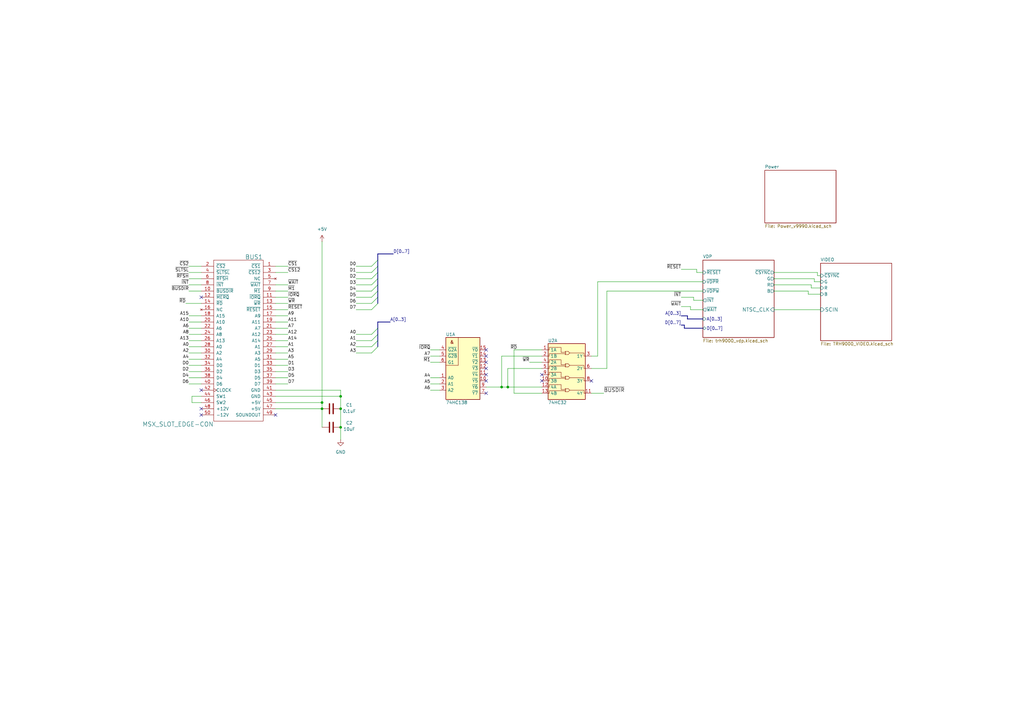
<source format=kicad_sch>
(kicad_sch (version 20231120) (generator "eeschema") (generator_version "8.0")
  (paper "A3")
  (title_block (title "TRH9000") (date "2024-06-15") (rev "1.7") (company "The Retro Hacker") (comment 2 "Shared under CERN-OHL-S license") (comment 3 "TRH9000 - Open Source MSX Graphics Card based on the Yamaha V9990") (comment 4 "Designed  by: Cristiano Goncalves"))
  (lib_symbols
    (symbol "Device:C" (pin_numbers hide) (pin_names (offset 0.254))
      (property "Reference" "C" (at 0.635 2.54 0))
      (property "Value" "C" (at 0.635 -2.54 0))
      (symbol "C_0_1"
        (polyline (pts (xy -2.032 -0.762) (xy 2.032 -0.762)) (stroke (width 0.508)))
        (polyline (pts (xy -2.032 0.762) (xy 2.032 0.762)) (stroke (width 0.508)))
      )
      (symbol "C_1_1"
        (pin passive line (at 0 3.81 270) (length 2.794) (name "~") (number "1"))
        (pin passive line (at 0 -3.81 90) (length 2.794) (name "~") (number "2"))
      )
    )
    (symbol "TRH9000:74VHC138" (pin_names (offset 0.762))
      (property "Reference" "U1" (at -6.35 13.97 0))
      (property "Value" "74VHC138" (at -6.35 -13.97 0))
      (symbol "74VHC138_1_0"
        (polyline (pts (xy -1.27 12.7) (xy -1.27 1.27) (xy -6.35 1.27) (xy -6.35 1.27)))
        (text "&" (at -3.81 10.795 0) (effects (font (size 1.27 1.27))))
      )
      (symbol "74VHC138_1_1"
        (rectangle (start -6.35 12.7) (end 7.62 -12.7) (stroke (width 0.254)) (fill (type background)))
        (pin input line (at -8.89 -3.81 0) (length 2.54) (name "A0") (number "1"))
        (pin output line (at 10.16 -5.08 180) (length 2.54) (name "~{Y5}") (number "10"))
        (pin output line (at 10.16 -2.54 180) (length 2.54) (name "~{Y4}") (number "11"))
        (pin output line (at 10.16 0 180) (length 2.54) (name "~{Y3}") (number "12"))
        (pin output line (at 10.16 2.54 180) (length 2.54) (name "~{Y2}") (number "13"))
        (pin output line (at 10.16 5.08 180) (length 2.54) (name "~{Y1}") (number "14"))
        (pin output line (at 10.16 7.62 180) (length 2.54) (name "~{Y0}") (number "15"))
        (pin input line (at -8.89 -6.35 0) (length 2.54) (name "A1") (number "2"))
        (pin input line (at -8.89 -8.89 0) (length 2.54) (name "A2") (number "3"))
        (pin input line (at -8.89 7.62 0) (length 2.54) (name "~{G2A}") (number "4"))
        (pin input line (at -8.89 5.08 0) (length 2.54) (name "~{G2B}") (number "5"))
        (pin input line (at -8.89 2.54 0) (length 2.54) (name "G1") (number "6"))
        (pin output line (at 10.16 -10.16 180) (length 2.54) (name "~{Y7}") (number "7"))
        (pin output line (at 10.16 -7.62 180) (length 2.54) (name "~{Y6}") (number "9"))
      )
      (symbol "74VHC138_2_0"
        (rectangle (start -2.54 5.08) (end 2.54 -5.08) (stroke (width 0.254)) (fill (type background)))
        (pin power_in line (at 0 7.62 270) (length 2.54) (name "VCC") (number "16"))
      )
      (symbol "74VHC138_2_1"
        (pin power_in line (at 0 -7.62 90) (length 2.54) (name "GND") (number "8"))
      )
    )
    (symbol "TRH9000:MSX_SLOT_EDGE-CON" (pin_names (offset 1.016)) (in_bom no)
      (property "Reference" "BUS1" (at -6.35 34.29 0))
      (property "Value" "MSX_SLOT_EDGE-CON" (at 10.16 -34.29 0))
      (symbol "MSX_SLOT_EDGE-CON_0_1"
        (rectangle (start -10.16 -33.02) (end 10.16 33.02))
      )
      (symbol "MSX_SLOT_EDGE-CON_1_1"
        (pin output line (at -15.24 30.48 0) (length 5.08) (name "~{CS1}") (number "1"))
        (pin bidirectional line (at 15.24 20.32 180) (length 5.08) (name "~{BUSDIR}") (number "10"))
        (pin output line (at -15.24 17.78 0) (length 5.08) (name "~{IORQ}") (number "11"))
        (pin input line (at 15.24 17.78 180) (length 5.08) (name "~{MERQ}") (number "12"))
        (pin output line (at -15.24 15.24 0) (length 5.08) (name "~{WR}") (number "13"))
        (pin output line (at 15.24 15.24 180) (length 5.08) (name "~{RD}") (number "14"))
        (pin output line (at -15.24 12.7 0) (length 5.08) (name "~{RESET}") (number "15"))
        (pin no_connect line (at 15.24 12.7 180) (length 5.08) (name "NC") (number "16"))
        (pin output line (at -15.24 10.16 0) (length 5.08) (name "A9") (number "17"))
        (pin output line (at 15.24 10.16 180) (length 5.08) (name "A15") (number "18"))
        (pin output line (at -15.24 7.62 0) (length 5.08) (name "A11") (number "19"))
        (pin output line (at 15.24 30.48 180) (length 5.08) (name "~{CS2}") (number "2"))
        (pin output line (at 15.24 7.62 180) (length 5.08) (name "A10") (number "20"))
        (pin output line (at -15.24 5.08 0) (length 5.08) (name "A7") (number "21"))
        (pin output line (at 15.24 5.08 180) (length 5.08) (name "A6") (number "22"))
        (pin output line (at -15.24 2.54 0) (length 5.08) (name "A12") (number "23"))
        (pin output line (at 15.24 2.54 180) (length 5.08) (name "A8") (number "24"))
        (pin output line (at -15.24 0 0) (length 5.08) (name "A14") (number "25"))
        (pin output line (at 15.24 0 180) (length 5.08) (name "A13") (number "26"))
        (pin output line (at -15.24 -2.54 0) (length 5.08) (name "A1") (number "27"))
        (pin output line (at 15.24 -2.54 180) (length 5.08) (name "A0") (number "28"))
        (pin output line (at -15.24 -5.08 0) (length 5.08) (name "A3") (number "29"))
        (pin output line (at -15.24 27.94 0) (length 5.08) (name "~{CS12}") (number "3"))
        (pin output line (at 15.24 -5.08 180) (length 5.08) (name "A2") (number "30"))
        (pin output line (at -15.24 -7.62 0) (length 5.08) (name "A5") (number "31"))
        (pin output line (at 15.24 -7.62 180) (length 5.08) (name "A4") (number "32"))
        (pin tri_state line (at -15.24 -10.16 0) (length 5.08) (name "D1") (number "33"))
        (pin tri_state line (at 15.24 -10.16 180) (length 5.08) (name "D0") (number "34"))
        (pin tri_state line (at -15.24 -12.7 0) (length 5.08) (name "D3") (number "35"))
        (pin tri_state line (at 15.24 -12.7 180) (length 5.08) (name "D2~{}") (number "36"))
        (pin tri_state line (at -15.24 -15.24 0) (length 5.08) (name "D5") (number "37"))
        (pin tri_state line (at 15.24 -15.24 180) (length 5.08) (name "D4") (number "38"))
        (pin tri_state line (at -15.24 -17.78 0) (length 5.08) (name "D7") (number "39"))
        (pin output line (at 15.24 27.94 180) (length 5.08) (name "~{SLTSL}") (number "4"))
        (pin tri_state line (at 15.24 -17.78 180) (length 5.08) (name "D6") (number "40"))
        (pin power_in line (at -15.24 -20.32 0) (length 5.08) (name "GND") (number "41"))
        (pin output clock (at 15.24 -20.32 180) (length 5.08) (name "CLOCK") (number "42"))
        (pin power_in line (at -15.24 -22.86 0) (length 5.08) (name "GND") (number "43"))
        (pin passive line (at 15.24 -22.86 180) (length 5.08) (name "SW1") (number "44"))
        (pin power_in line (at -15.24 -25.4 0) (length 5.08) (name "+5V") (number "45"))
        (pin passive line (at 15.24 -25.4 180) (length 5.08) (name "SW2") (number "46"))
        (pin power_in line (at -15.24 -27.94 0) (length 5.08) (name "+5V") (number "47"))
        (pin power_in line (at 15.24 -27.94 180) (length 5.08) (name "+12V") (number "48"))
        (pin output line (at -15.24 -30.48 0) (length 5.08) (name "SOUNDOUT") (number "49"))
        (pin no_connect line (at -15.24 25.4 0) (length 5.08) (name "NC") (number "5"))
        (pin power_in line (at 15.24 -30.48 180) (length 5.08) (name "-12V") (number "50"))
        (pin output line (at 15.24 25.4 180) (length 5.08) (name "~{RFSH}") (number "6"))
        (pin input line (at -15.24 22.86 0) (length 5.08) (name "~{WAIT}") (number "7"))
        (pin open_collector line (at 15.24 22.86 180) (length 5.08) (name "~{INT}") (number "8"))
        (pin output line (at -15.24 20.32 0) (length 5.08) (name "~{M1}") (number "9"))
      )
    )
    (symbol "TRH9000:T.I_SN74AHCT32D" (pin_names (offset 1))
      (property "Reference" "U5" (at -22.86 17.78 0))
      (property "Value" "T.I_SN74AHCT32D" (at -22.86 15.24 0))
      (symbol "T.I_SN74AHCT32D_1_1"
        (rectangle (start -7.62 12.7) (end 7.62 -10.16) (stroke (width 0.254)) (fill (type background)))
        (arc (start -0.635 -6.985) (mid -0.372 -6.35) (end -0.635 -5.715))
        (arc (start -0.635 -1.905) (mid -0.372 -1.27) (end -0.635 -0.635))
        (arc (start -0.635 3.175) (mid -0.372 3.81) (end -0.635 4.445))
        (arc (start -0.635 8.255) (mid -0.372 8.89) (end -0.635 9.525))
        (polyline (pts (xy -0.635 -6.604) (xy -0.508 -6.604)))
        (polyline (pts (xy -0.635 -6.096) (xy -0.508 -6.096)))
        (polyline (pts (xy -0.635 -1.524) (xy -0.508 -1.524)))
        (polyline (pts (xy -0.635 -1.016) (xy -0.508 -1.016)))
        (polyline (pts (xy -0.635 3.556) (xy -0.508 3.556)))
        (polyline (pts (xy -0.635 4.064) (xy -0.508 4.064)))
        (polyline (pts (xy -0.635 8.636) (xy -0.508 8.636)))
        (polyline (pts (xy -0.635 9.144) (xy -0.508 9.144)))
        (polyline (pts (xy 0.635 -6.985) (xy -0.635 -6.985)))
        (polyline (pts (xy 0.635 -5.715) (xy -0.635 -5.715)))
        (polyline (pts (xy 0.635 -1.905) (xy -0.635 -1.905)))
        (polyline (pts (xy 0.635 -0.635) (xy -0.635 -0.635)))
        (polyline (pts (xy 0.635 3.175) (xy -0.635 3.175)))
        (polyline (pts (xy 0.635 4.445) (xy -0.635 4.445)))
        (polyline (pts (xy 0.635 8.255) (xy -0.635 8.255)))
        (polyline (pts (xy 0.635 9.525) (xy -0.635 9.525)))
        (polyline (pts (xy 0.635 -5.715) (xy 1.27 -6.35) (xy 0.635 -6.985)))
        (polyline (pts (xy 0.635 -0.635) (xy 1.27 -1.27) (xy 0.635 -1.905)))
        (polyline (pts (xy 0.635 4.445) (xy 1.27 3.81) (xy 0.635 3.175)))
        (polyline (pts (xy 0.635 9.525) (xy 1.27 8.89) (xy 0.635 8.255)))
        (polyline (pts (xy -0.635 -6.096) (xy -2.286 -6.096) (xy -2.286 -4.064) (xy -3.81 -4.064)))
        (polyline (pts (xy -0.635 -1.016) (xy -2.286 -1.016) (xy -2.286 1.016) (xy -3.81 1.016)))
        (polyline (pts (xy -0.635 4.064) (xy -2.286 4.064) (xy -2.286 6.096) (xy -3.81 6.096)))
        (polyline (pts (xy -0.635 9.144) (xy -2.286 9.144) (xy -2.286 11.176) (xy -3.81 11.176)))
        (polyline (pts (xy -3.81 -4.064) (xy -3.81 -4.064) (xy -7.112 -4.064) (xy -7.112 -5.08) (xy -7.62 -5.08)))
        (polyline (pts (xy -3.81 1.016) (xy -3.81 1.016) (xy -7.112 1.016) (xy -7.112 0) (xy -7.62 0)))
        (polyline (pts (xy -3.81 6.096) (xy -3.81 6.096) (xy -7.112 6.096) (xy -7.112 5.08) (xy -7.62 5.08)))
        (polyline (pts (xy -3.81 11.176) (xy -3.81 11.176) (xy -7.112 11.176) (xy -7.112 10.16) (xy -7.62 10.16)))
        (polyline (pts (xy -0.635 -6.604) (xy -3.81 -6.604) (xy -7.112 -6.604) (xy -7.112 -7.62) (xy -7.62 -7.62)))
        (polyline (pts (xy -0.635 -1.524) (xy -3.81 -1.524) (xy -7.112 -1.524) (xy -7.112 -2.54) (xy -7.62 -2.54)))
        (polyline (pts (xy -0.635 3.556) (xy -3.81 3.556) (xy -7.112 3.556) (xy -7.112 2.54) (xy -7.62 2.54)))
        (polyline (pts (xy -0.635 8.636) (xy -3.81 8.636) (xy -7.112 8.636) (xy -7.112 7.62) (xy -7.62 7.62)))
        (polyline (pts (xy 1.27 -6.35) (xy 3.81 -6.35) (xy 7.112 -6.35) (xy 7.112 -7.62) (xy 7.62 -7.62)))
        (polyline (pts (xy 1.27 -1.27) (xy 3.81 -1.27) (xy 7.112 -1.27) (xy 7.112 -2.54) (xy 7.62 -2.54)))
        (polyline (pts (xy 1.27 3.81) (xy 3.81 3.81) (xy 7.112 3.81) (xy 7.112 2.54) (xy 7.62 2.54)))
        (polyline (pts (xy 1.27 8.89) (xy 3.81 8.89) (xy 7.112 8.89) (xy 7.112 7.62) (xy 7.62 7.62)))
        (pin input line (at -10.16 10.16 0) (length 2.54) (name "1A") (number "1"))
        (pin input line (at -10.16 -2.54 0) (length 2.54) (name "3B") (number "10"))
        (pin output line (at 10.16 -7.62 180) (length 2.54) (name "4Y") (number "11"))
        (pin input line (at -10.16 -5.08 0) (length 2.54) (name "4A") (number "12"))
        (pin input line (at -10.16 -7.62 0) (length 2.54) (name "4B") (number "13"))
        (pin input line (at -10.16 7.62 0) (length 2.54) (name "1B") (number "2"))
        (pin output line (at 10.16 7.62 180) (length 2.54) (name "1Y") (number "3"))
        (pin input line (at -10.16 5.08 0) (length 2.54) (name "2A") (number "4"))
        (pin input line (at -10.16 2.54 0) (length 2.54) (name "2B") (number "5"))
        (pin output line (at 10.16 2.54 180) (length 2.54) (name "2Y") (number "6"))
        (pin output line (at 10.16 -2.54 180) (length 2.54) (name "3Y") (number "8"))
        (pin input line (at -10.16 0 0) (length 2.54) (name "3A") (number "9"))
      )
      (symbol "T.I_SN74AHCT32D_2_0"
        (text "GND" (at 0 -1.27 0) (effects (font (size 1.27 1.27))))
        (text "VCC" (at 0 1.27 0) (effects (font (size 1.27 1.27))))
      )
      (symbol "T.I_SN74AHCT32D_2_1"
        (rectangle (start -2.54 2.54) (end 2.54 -2.54) (fill (type background)))
        (pin power_in line (at 0 5.08 270) (length 2.54) (name "VCC") (number "14"))
        (pin power_in line (at 0 -5.08 90) (length 2.54) (name "GND") (number "7"))
      )
    )
    (symbol "power:+5V" (power) (pin_numbers hide) (pin_names (offset 0) hide)
      (property "Value" "+5V" (at 0 3.556 0))
      (symbol "+5V_0_1"
        (polyline (pts (xy -0.762 1.27) (xy 0 2.54)))
        (polyline (pts (xy 0 0) (xy 0 2.54)))
        (polyline (pts (xy 0 2.54) (xy 0.762 1.27)))
      )
      (symbol "+5V_1_1"
        (pin power_in line (at 0 0 90) (length 0) (name "~") (number "1"))
      )
    )
    (symbol "power:GND" (power) (pin_numbers hide) (pin_names (offset 0) hide)
      (property "Value" "GND" (at 0 -3.81 0))
      (symbol "GND_0_1"
        (polyline (pts (xy 0 0) (xy 0 -1.27) (xy 1.27 -1.27) (xy 0 -2.54) (xy -1.27 -1.27) (xy 0 -1.27)))
      )
      (symbol "GND_1_1"
        (pin power_in line (at 0 0 270) (length 0) (name "~") (number "1"))
      )
    )
  )
  (junction (at 139.7 175.26))
  (junction (at 139.7 167.64))
  (junction (at 132.08 167.64))
  (junction (at 205.74 158.75))
  (junction (at 132.08 165.1))
  (junction (at 208.28 158.75))
  (junction (at 139.7 162.56))
  (no_connect (at 222.25 153.67))
  (no_connect (at 82.55 121.92))
  (no_connect (at 82.55 160.02))
  (no_connect (at 242.57 156.21))
  (no_connect (at 199.39 151.13))
  (no_connect (at 199.39 161.29))
  (no_connect (at 199.39 143.51))
  (no_connect (at 199.39 146.05))
  (no_connect (at 199.39 153.67))
  (no_connect (at 199.39 156.21))
  (no_connect (at 199.39 148.59))
  (no_connect (at 222.25 156.21))
  (no_connect (at 82.55 167.64))
  (no_connect (at 82.55 170.18))
  (no_connect (at 113.03 170.18))
  (bus_entry (at 154.94 139.7) (size -2.54 2.54))
  (bus_entry (at 154.94 114.3) (size -2.54 2.54))
  (bus_entry (at 154.94 134.62) (size -2.54 2.54))
  (bus_entry (at 154.94 121.92) (size -2.54 2.54))
  (bus_entry (at 154.94 106.68) (size -2.54 2.54))
  (bus_entry (at 154.94 116.84) (size -2.54 2.54))
  (bus_entry (at 154.94 119.38) (size -2.54 2.54))
  (bus_entry (at 154.94 111.76) (size -2.54 2.54))
  (bus_entry (at 154.94 142.24) (size -2.54 2.54))
  (bus_entry (at 154.94 124.46) (size -2.54 2.54))
  (bus_entry (at 154.94 137.16) (size -2.54 2.54))
  (bus_entry (at 154.94 109.22) (size -2.54 2.54))
  (wire (pts (xy 113.03 157.48) (xy 118.11 157.48)))
  (wire (pts (xy 245.11 115.57) (xy 245.11 146.05)))
  (wire (pts (xy 242.57 146.05) (xy 245.11 146.05)))
  (wire (pts (xy 113.03 132.08) (xy 118.11 132.08)))
  (wire (pts (xy 205.74 146.05) (xy 222.25 146.05)))
  (wire (pts (xy 113.03 134.62) (xy 118.11 134.62)))
  (wire (pts (xy 205.74 158.75) (xy 208.28 158.75)))
  (wire (pts (xy 113.03 165.1) (xy 132.08 165.1)))
  (bus (pts (xy 154.94 109.22) (xy 154.94 111.76)))
  (wire (pts (xy 77.47 149.86) (xy 82.55 149.86)))
  (wire (pts (xy 78.74 162.56) (xy 78.74 165.1)))
  (bus (pts (xy 154.94 121.92) (xy 154.94 124.46)))
  (wire (pts (xy 113.03 142.24) (xy 118.11 142.24)))
  (wire (pts (xy 113.03 152.4) (xy 118.11 152.4)))
  (wire (pts (xy 113.03 147.32) (xy 118.11 147.32)))
  (wire (pts (xy 146.05 124.46) (xy 152.4 124.46)))
  (wire (pts (xy 283.21 125.73) (xy 279.4 125.73)))
  (wire (pts (xy 334.01 115.57) (xy 334.01 114.3)))
  (wire (pts (xy 285.75 111.76) (xy 288.29 111.76)))
  (wire (pts (xy 146.05 111.76) (xy 152.4 111.76)))
  (wire (pts (xy 146.05 109.22) (xy 152.4 109.22)))
  (wire (pts (xy 113.03 162.56) (xy 139.7 162.56)))
  (wire (pts (xy 284.48 121.92) (xy 279.4 121.92)))
  (bus (pts (xy 281.94 130.81) (xy 288.29 130.81)))
  (wire (pts (xy 146.05 127) (xy 152.4 127)))
  (wire (pts (xy 248.92 151.13) (xy 242.57 151.13)))
  (wire (pts (xy 331.47 120.65) (xy 331.47 119.38)))
  (wire (pts (xy 139.7 167.64) (xy 139.7 175.26)))
  (wire (pts (xy 113.03 116.84) (xy 118.11 116.84)))
  (wire (pts (xy 77.47 137.16) (xy 82.55 137.16)))
  (wire (pts (xy 208.28 151.13) (xy 208.28 158.75)))
  (bus (pts (xy 154.94 132.08) (xy 154.94 134.62)))
  (wire (pts (xy 146.05 144.78) (xy 152.4 144.78)))
  (wire (pts (xy 331.47 119.38) (xy 317.5 119.38)))
  (bus (pts (xy 154.94 114.3) (xy 154.94 116.84)))
  (bus (pts (xy 161.29 104.14) (xy 154.94 104.14)))
  (bus (pts (xy 154.94 106.68) (xy 154.94 109.22)))
  (bus (pts (xy 154.94 116.84) (xy 154.94 119.38)))
  (wire (pts (xy 331.47 120.65) (xy 336.55 120.65)))
  (wire (pts (xy 77.47 139.7) (xy 82.55 139.7)))
  (wire (pts (xy 146.05 142.24) (xy 152.4 142.24)))
  (wire (pts (xy 77.47 157.48) (xy 82.55 157.48)))
  (wire (pts (xy 284.48 123.19) (xy 284.48 121.92)))
  (wire (pts (xy 77.47 109.22) (xy 82.55 109.22)))
  (wire (pts (xy 176.53 146.05) (xy 180.34 146.05)))
  (wire (pts (xy 245.11 115.57) (xy 288.29 115.57)))
  (wire (pts (xy 176.53 154.94) (xy 180.34 154.94)))
  (wire (pts (xy 176.53 160.02) (xy 180.34 160.02)))
  (bus (pts (xy 281.94 130.81) (xy 281.94 129.54)))
  (bus (pts (xy 154.94 139.7) (xy 154.94 142.24)))
  (wire (pts (xy 288.29 119.38) (xy 248.92 119.38)))
  (wire (pts (xy 113.03 149.86) (xy 118.11 149.86)))
  (wire (pts (xy 146.05 137.16) (xy 152.4 137.16)))
  (wire (pts (xy 113.03 127) (xy 118.11 127)))
  (wire (pts (xy 77.47 147.32) (xy 82.55 147.32)))
  (wire (pts (xy 132.08 99.06) (xy 132.08 165.1)))
  (wire (pts (xy 113.03 139.7) (xy 118.11 139.7)))
  (wire (pts (xy 285.75 111.76) (xy 285.75 110.49)))
  (wire (pts (xy 77.47 129.54) (xy 82.55 129.54)))
  (wire (pts (xy 77.47 154.94) (xy 82.55 154.94)))
  (wire (pts (xy 210.82 143.51) (xy 222.25 143.51)))
  (wire (pts (xy 247.65 161.29) (xy 242.57 161.29)))
  (wire (pts (xy 248.92 119.38) (xy 248.92 151.13)))
  (wire (pts (xy 113.03 111.76) (xy 118.11 111.76)))
  (wire (pts (xy 77.47 114.3) (xy 82.55 114.3)))
  (wire (pts (xy 335.28 113.03) (xy 335.28 111.76)))
  (wire (pts (xy 77.47 134.62) (xy 82.55 134.62)))
  (wire (pts (xy 113.03 144.78) (xy 118.11 144.78)))
  (wire (pts (xy 113.03 154.94) (xy 118.11 154.94)))
  (wire (pts (xy 334.01 114.3) (xy 317.5 114.3)))
  (wire (pts (xy 113.03 119.38) (xy 118.11 119.38)))
  (wire (pts (xy 113.03 167.64) (xy 132.08 167.64)))
  (wire (pts (xy 132.08 167.64) (xy 132.08 175.26)))
  (wire (pts (xy 283.21 127) (xy 283.21 125.73)))
  (bus (pts (xy 280.67 134.62) (xy 288.29 134.62)))
  (wire (pts (xy 113.03 124.46) (xy 118.11 124.46)))
  (wire (pts (xy 77.47 144.78) (xy 82.55 144.78)))
  (wire (pts (xy 284.48 123.19) (xy 288.29 123.19)))
  (bus (pts (xy 280.67 134.62) (xy 280.67 133.35)))
  (wire (pts (xy 78.74 162.56) (xy 82.55 162.56)))
  (wire (pts (xy 146.05 119.38) (xy 152.4 119.38)))
  (wire (pts (xy 199.39 158.75) (xy 205.74 158.75)))
  (wire (pts (xy 335.28 111.76) (xy 317.5 111.76)))
  (wire (pts (xy 210.82 161.29) (xy 222.25 161.29)))
  (bus (pts (xy 154.94 137.16) (xy 154.94 139.7)))
  (wire (pts (xy 76.2 124.46) (xy 82.55 124.46)))
  (wire (pts (xy 139.7 175.26) (xy 139.7 180.34)))
  (bus (pts (xy 154.94 111.76) (xy 154.94 114.3)))
  (wire (pts (xy 113.03 129.54) (xy 118.11 129.54)))
  (wire (pts (xy 77.47 132.08) (xy 82.55 132.08)))
  (wire (pts (xy 332.74 118.11) (xy 336.55 118.11)))
  (wire (pts (xy 332.74 118.11) (xy 332.74 116.84)))
  (wire (pts (xy 334.01 115.57) (xy 336.55 115.57)))
  (wire (pts (xy 77.47 111.76) (xy 82.55 111.76)))
  (wire (pts (xy 217.17 148.59) (xy 222.25 148.59)))
  (bus (pts (xy 154.94 104.14) (xy 154.94 106.68)))
  (wire (pts (xy 210.82 143.51) (xy 210.82 161.29)))
  (wire (pts (xy 283.21 127) (xy 288.29 127)))
  (wire (pts (xy 113.03 109.22) (xy 118.11 109.22)))
  (wire (pts (xy 176.53 148.59) (xy 180.34 148.59)))
  (wire (pts (xy 146.05 116.84) (xy 152.4 116.84)))
  (wire (pts (xy 77.47 116.84) (xy 82.55 116.84)))
  (wire (pts (xy 208.28 158.75) (xy 222.25 158.75)))
  (wire (pts (xy 205.74 146.05) (xy 205.74 158.75)))
  (wire (pts (xy 146.05 114.3) (xy 152.4 114.3)))
  (wire (pts (xy 332.74 116.84) (xy 317.5 116.84)))
  (wire (pts (xy 77.47 152.4) (xy 82.55 152.4)))
  (wire (pts (xy 139.7 162.56) (xy 139.7 167.64)))
  (bus (pts (xy 281.94 129.54) (xy 279.4 129.54)))
  (bus (pts (xy 154.94 137.16) (xy 154.94 134.62)))
  (wire (pts (xy 146.05 139.7) (xy 152.4 139.7)))
  (wire (pts (xy 113.03 137.16) (xy 118.11 137.16)))
  (wire (pts (xy 139.7 160.02) (xy 139.7 162.56)))
  (wire (pts (xy 317.5 127) (xy 336.55 127)))
  (wire (pts (xy 78.74 165.1) (xy 82.55 165.1)))
  (bus (pts (xy 154.94 119.38) (xy 154.94 121.92)))
  (wire (pts (xy 208.28 151.13) (xy 222.25 151.13)))
  (wire (pts (xy 77.47 142.24) (xy 82.55 142.24)))
  (wire (pts (xy 113.03 160.02) (xy 139.7 160.02)))
  (wire (pts (xy 132.08 165.1) (xy 132.08 167.64)))
  (bus (pts (xy 280.67 133.35) (xy 279.4 133.35)))
  (wire (pts (xy 285.75 110.49) (xy 279.4 110.49)))
  (wire (pts (xy 176.53 157.48) (xy 180.34 157.48)))
  (bus (pts (xy 154.94 132.08) (xy 160.02 132.08)))
  (wire (pts (xy 146.05 121.92) (xy 152.4 121.92)))
  (wire (pts (xy 335.28 113.03) (xy 336.55 113.03)))
  (wire (pts (xy 77.47 119.38) (xy 82.55 119.38)))
  (wire (pts (xy 176.53 143.51) (xy 180.34 143.51)))
  (wire (pts (xy 113.03 121.92) (xy 118.11 121.92)))
  (label "~{WAIT}" (at 118.11 116.84 0))
  (label "~{RESET}" (at 279.4 110.49 180))
  (label "A7" (at 118.11 134.62 0))
  (label "~{WR}" (at 217.17 148.59 180))
  (label "A2" (at 146.05 142.24 180))
  (label "~{M1}" (at 176.53 148.59 180))
  (label "D5" (at 118.11 154.94 0))
  (label "A8" (at 77.47 137.16 180))
  (label "A3" (at 146.05 144.78 180))
  (label "A0" (at 146.05 137.16 180))
  (label "A6" (at 176.53 160.02 180))
  (label "A9" (at 118.11 129.54 0))
  (label "~{RD}" (at 212.09 143.51 180))
  (label "A5" (at 118.11 147.32 0))
  (label "A2" (at 77.47 144.78 180))
  (label "A6" (at 77.47 134.62 180))
  (label "A[0..3]" (at 160.02 132.08 0))
  (label "~{BUSDIR}" (at 247.65 161.29 0) (effects (font (size 1.524 1.524))))
  (label "~{RD}" (at 76.2 124.46 180))
  (label "~{RFSH}" (at 77.47 114.3 180))
  (label "D7" (at 146.05 127 180))
  (label "D[0..7]" (at 161.29 104.14 0))
  (label "A[0..3]" (at 279.4 129.54 180))
  (label "~{CS1}" (at 118.11 109.22 0))
  (label "A1" (at 146.05 139.7 180))
  (label "~{WR}" (at 118.11 124.46 0))
  (label "~{INT}" (at 77.47 116.84 180))
  (label "A14" (at 118.11 139.7 0))
  (label "A5" (at 176.53 157.48 180))
  (label "D5" (at 146.05 121.92 180))
  (label "~{M1}" (at 118.11 119.38 0))
  (label "A7" (at 176.53 146.05 180))
  (label "A4" (at 176.53 154.94 180))
  (label "A13" (at 77.47 139.7 180))
  (label "~{INT}" (at 279.4 121.92 180))
  (label "~{IORQ}" (at 118.11 121.92 0))
  (label "A11" (at 118.11 132.08 0))
  (label "D4" (at 146.05 119.38 180))
  (label "A4" (at 77.47 147.32 180))
  (label "D[0..7]" (at 279.4 133.35 180))
  (label "A15" (at 77.47 129.54 180))
  (label "D0" (at 77.47 149.86 180))
  (label "~{WAIT}" (at 279.4 125.73 180))
  (label "A3" (at 118.11 144.78 0))
  (label "D7" (at 118.11 157.48 0))
  (label "D0" (at 146.05 109.22 180))
  (label "A1" (at 118.11 142.24 0))
  (label "~{CS2}" (at 77.47 109.22 180))
  (label "D2" (at 146.05 114.3 180))
  (label "D6" (at 146.05 124.46 180))
  (label "~{BUSDIR}" (at 77.47 119.38 180))
  (label "D1" (at 146.05 111.76 180))
  (label "D2" (at 77.47 152.4 180))
  (label "D3" (at 118.11 152.4 0))
  (label "~{IORQ}" (at 176.53 143.51 180))
  (label "~{SLTSL}" (at 77.47 111.76 180))
  (label "D3" (at 146.05 116.84 180))
  (label "~{RESET}" (at 118.11 127 0))
  (label "A0" (at 77.47 142.24 180))
  (label "A10" (at 77.47 132.08 180))
  (label "~{CS12}" (at 118.11 111.76 0))
  (label "D1" (at 118.11 149.86 0))
  (label "D6" (at 77.47 157.48 180))
  (label "D4" (at 77.47 154.94 180))
  (label "A12" (at 118.11 137.16 0))
  (symbol (lib_id "Device:C") (at 135.89 175.26 90) (unit 1)
    (property "Reference" "C2" (at 143.256 173.482 90))
    (property "Value" "10uF" (at 143.256 176.022 90))
    (property "Footprint" "Capacitor_SMD:C_0805_2012Metric" (effects (hide yes)))
  )
  (symbol (lib_id "Device:C") (at 135.89 167.64 90) (unit 1)
    (property "Reference" "C1" (at 143.256 166.116 90))
    (property "Value" "0.1uF" (at 143.256 168.656 90))
    (property "Footprint" "Capacitor_SMD:C_0805_2012Metric" (effects (hide yes)))
  )
  (symbol (lib_id "TRH9000:T.I_SN74AHCT32D") (at 232.41 153.67 0) (unit 1)
    (property "Reference" "U2" (at 224.79 139.7 0) (effects (justify left)))
    (property "Value" "74HC32" (at 224.79 165.1 0) (effects (justify left)))
    (property "Footprint" "Package_SO:SO-14_3.9x8.65mm_P1.27mm" (effects (hide yes)))
    (property "Datasheet" "https://www.ti.com/general/docs/suppproductinfo.tsp?distId=10&gotoUrl=https%3A%2F%2Fwww.ti.com%2Flit%2Fgpn%2Fsn74ahct32" (effects (hide yes)))
    (property "Description" "OR Gate, 4 Channel, 14-TVSOP, 7.9nS" (effects (hide yes)))
    (property "MPN" "74HC32" (effects (hide yes)))
    (property "DK_Detail_Page" "https://www.digikey.se/en/products/detail/texas-instruments/SN74AHCT32DGVR/376444" (effects (hide yes)))
    (property "Manufacturer" "Texas Instruments" (effects (hide yes)))
    (property "Status" "Active" (effects (hide yes)))
  )
  (symbol (lib_id "power:GND") (at 139.7 180.34 0) (unit 1)
    (property "Reference" "#PWR02" (effects (hide yes)))
    (property "Value" "GND" (at 139.7 185.42 0))
    (property "Description" "Power symbol creates a global label with name \"GND\" , ground" (effects (hide yes)))
  )
  (symbol (lib_id "TRH9000:MSX_SLOT_EDGE-CON") (at 97.79 139.7 0) (mirror y) (unit 1) (in_bom no)
    (property "Reference" "BUS1" (at 104.14 105.41 0) (effects (font (size 1.778 1.778))))
    (property "Value" "MSX_SLOT_EDGE-CON" (at 87.63 173.99 0) (effects (font (size 1.778 1.778)) (justify left)))
    (property "Footprint" "trh9000:msx_cartridge" (effects (hide yes)))
    (property "Datasheet" "https://www.msx.org/wiki/MSX_Cartridge_slot#Pinout_of_Standard_MSX_Cartridge_slot" (effects (hide yes)))
    (property "Manufacturer" "n/a" (effects (hide yes)))
    (property "MPN" "n/a" (effects (hide yes)))
  )
  (symbol (lib_id "TRH9000:74VHC138") (at 189.23 151.13 0) (unit 1)
    (property "Reference" "U1" (at 182.88 137.16 0) (effects (justify left)))
    (property "Value" "74HC138" (at 182.88 165.1 0) (effects (justify left)))
    (property "Footprint" "Package_SO:SO-16_3.9x9.9mm_P1.27mm" (effects (hide yes)))
    (property "Datasheet" "https://media.digikey.com/pdf/Data%20Sheets/Toshiba%20PDFs/TC74VHC138F,FN,FT,FK.pdf" (effects (hide yes)))
    (property "MPN" "74HC138" (effects (hide yes)))
    (property "Manufacturer" " Toshiba Semiconductor and Storage" (effects (hide yes)))
  )
  (symbol (lib_id "power:+5V") (at 132.08 99.06 0) (unit 1)
    (property "Reference" "#PWR01" (effects (hide yes)))
    (property "Value" "+5V" (at 132.08 93.98 0))
    (property "Description" "Power symbol creates a global label with name \"+5V\"" (effects (hide yes)))
  )
  (sheet (at 313.69 69.85) (size 29.21 21.59) (stroke (width 0.1524))
    (property "Sheetname" "Power" (at 313.69 69.1384 0) (effects (justify left bottom)))
    (property "Sheetfile" "Power_v9990.kicad_sch" (at 313.69 92.0246 0) (effects (justify left top)))
  )
  (sheet (at 288.29 106.68) (size 29.21 31.75) (stroke (width 0.1524))
    (property "Sheetname" "VDP" (at 288.29 105.9684 0) (effects (justify left bottom)))
    (property "Sheetfile" "trh9000_vdp.kicad_sch" (at 288.29 139.0146 0) (effects (justify left top)))
    (pin "~{RESET}" input (at 288.29 111.76 180))
    (pin "G" output (at 317.5 114.3 0))
    (pin "R" output (at 317.5 116.84 0))
    (pin "B" output (at 317.5 119.38 0))
    (pin "~{VDPR}" input (at 288.29 115.57 180))
    (pin "~{VDPW}" input (at 288.29 119.38 180))
    (pin "~{INT}" output (at 288.29 123.19 180))
    (pin "~{WAIT}" output (at 288.29 127 180))
    (pin "~{CSYNC}" output (at 317.5 111.76 0))
    (pin "D[0..7]" bidirectional (at 288.29 134.62 180))
    (pin "A[0..3]" input (at 288.29 130.81 180))
    (pin "NTSC_CLK" input (at 317.5 127 0) (effects (font (size 1.524 1.524))))
  )
  (sheet (at 336.55 107.95) (size 29.21 31.75) (stroke (width 0.1524))
    (property "Sheetname" "VIDEO" (at 336.55 107.2384 0) (effects (justify left bottom)))
    (property "Sheetfile" "TRH9000_VIDEO.kicad_sch" (at 336.55 140.2846 0) (effects (justify left top)))
    (pin "~{CSYNC}" input (at 336.55 113.03 180))
    (pin "G" input (at 336.55 115.57 180))
    (pin "B" input (at 336.55 120.65 180))
    (pin "R" input (at 336.55 118.11 180))
    (pin "SCIN" input (at 336.55 127 180) (effects (font (size 1.524 1.524))))
  )
)
</source>
